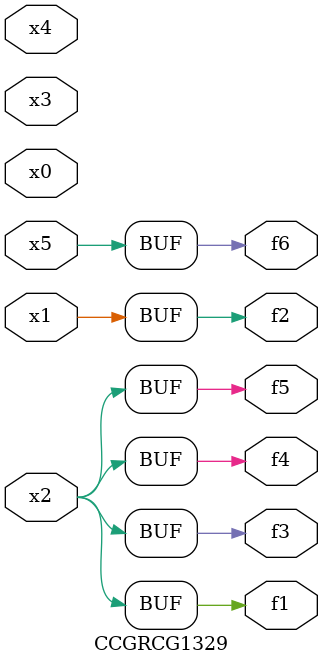
<source format=v>
module CCGRCG1329(
	input x0, x1, x2, x3, x4, x5,
	output f1, f2, f3, f4, f5, f6
);
	assign f1 = x2;
	assign f2 = x1;
	assign f3 = x2;
	assign f4 = x2;
	assign f5 = x2;
	assign f6 = x5;
endmodule

</source>
